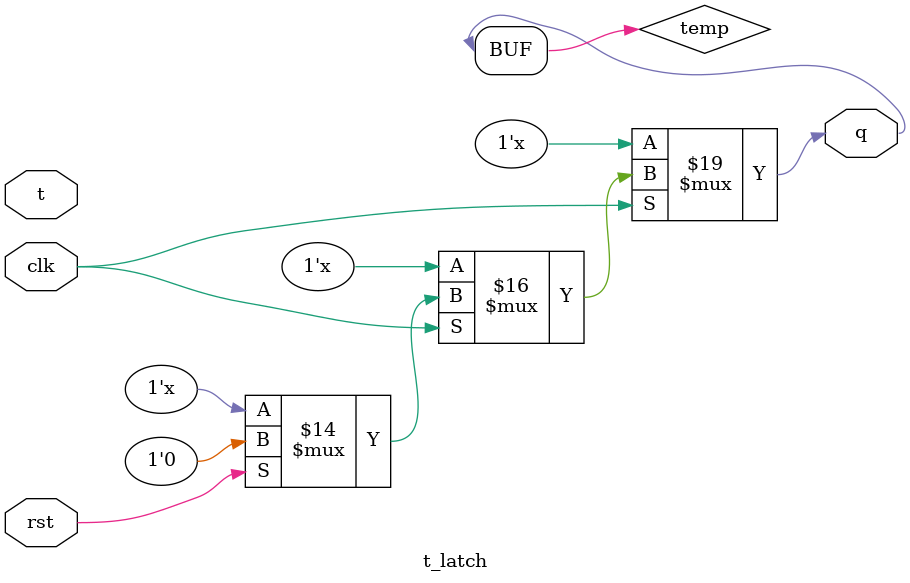
<source format=v>
module t_latch(clk,rst,t,q);
  input clk,rst,t;
  output q;
  reg temp;
  assign q=temp;
  always @(clk,rst,t)
    begin
      if (clk)
        if (rst)
          temp<=0;
      else if (t)
        temp=~temp;
      else 
        temp<=temp;
    end
endmodule 
</source>
